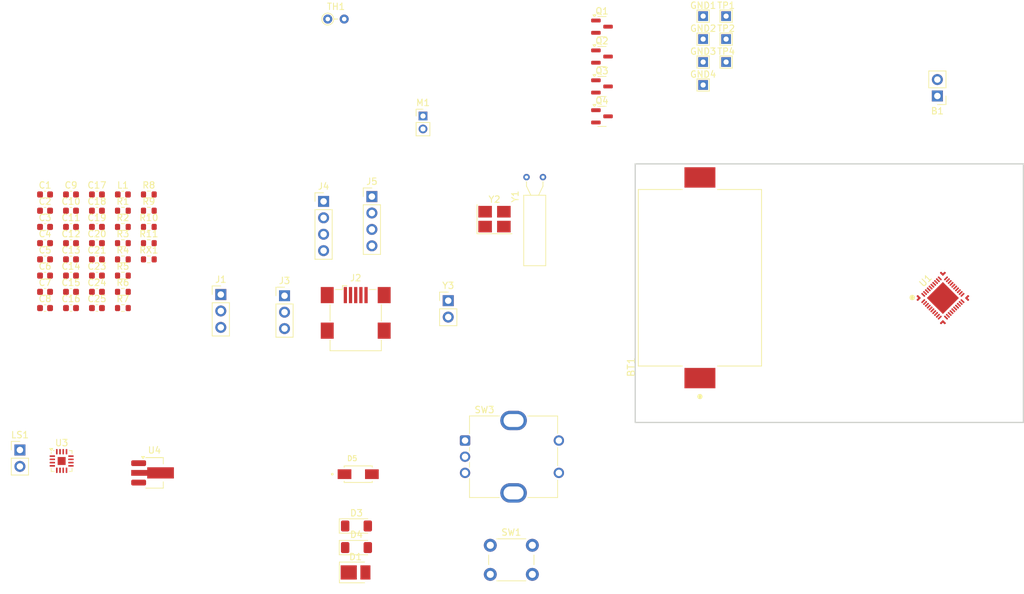
<source format=kicad_pcb>
(kicad_pcb (version 20240108) (generator "pcbnew") (generator_version "8.0")
  (layers (0 "F.Cu" signal) (1 "In1.Cu" signal) (2 "In2.Cu" signal) (31 "B.Cu" signal) (34 "B.Paste" user) (35 "F.Paste" user) (36 "B.SilkS" user "B.Silkscreen") (37 "F.SilkS" user "F.Silkscreen") (38 "B.Mask" user) (39 "F.Mask" user) (44 "Edge.Cuts" user))
  (net 0 "")
  (net 1 "+3.3V")
  (net 2 "Net-(BT1-+)")
  (net 3 "GND")
  (net 4 "Net-(U1-XC2)")
  (net 5 "Net-(U1-XC1)")
  (net 6 "Net-(U1-DEC3)")
  (net 7 "/DEC4_6")
  (net 8 "Net-(U1-DEC5)")
  (net 9 "Net-(U1-DECUSB)")
  (net 10 "/VBUS")
  (net 11 "Net-(U1-P0.01{slash}XL2)")
  (net 12 "Net-(U1-DEC1)")
  (net 13 "Net-(U1-P0.00{slash}XL1)")
  (net 14 "Net-(C15-Pad2)")
  (net 15 "Net-(Q3-D)")
  (net 16 "Net-(J5-Pin_2)")
  (net 17 "/ROT_ENC_A")
  (net 18 "/ROT_ENC_B")
  (net 19 "Net-(D4-A)")
  (net 20 "Net-(D1-A)")
  (net 21 "Net-(D1-K)")
  (net 23 "Net-(J2-D-)")
  (net 24 "Net-(J2-D+)")
  (net 25 "Net-(J3-Pin_1)")
  (net 26 "Net-(J3-Pin_2)")
  (net 27 "Net-(J4-Pin_1)")
  (net 28 "Net-(J4-Pin_2)")
  (net 29 "Net-(J4-Pin_3)")
  (net 30 "Net-(J5-Pin_3)")
  (net 31 "Net-(J5-Pin_4)")
  (net 32 "Net-(U3-OUTP)")
  (net 33 "Net-(U3-OUTN)")
  (net 34 "Net-(M1-+)")
  (net 35 "Net-(Q1-G)")
  (net 36 "Net-(Q2-G)")
  (net 37 "Net-(Q3-S)")
  (net 38 "/HUMIDIFIER_MOSFET_GATE")
  (net 39 "Net-(U1-AIN1{slash}P0.03)")
  (net 40 "Net-(R3-Pad2)")
  (net 41 "/LED_HAPTIC")
  (net 42 "/DETECT_VSOURCE")
  (net 43 "Net-(U3-~{SD_MODE})")
  (net 44 "/ROT_ENC_S1")
  (net 45 "/AMP_LRCLK")
  (net 47 "/AMP_DIN")
  (net 49 "/AMP_BCLK")
  (net 55 "Net-(D5-A)")
  (footprint "Resistor_SMD:R_0603_1608Metric" (layer "F.Cu") (at 45.125 54.475)
    (property "Reference" "RX1" (at 0 -1.43 0) (layer "F.SilkS"))
    (property "Value" "664k")
    (pad "1" smd roundrect (at -0.825 0) (size 0.8 0.95) (layers "F.Cu" "F.Paste" "F.Mask") (net 36 "Net-(Q2-G)"))
    (pad "2" smd roundrect (at 0.825 0) (size 0.8 0.95) (layers "F.Cu" "F.Paste" "F.Mask") (net 43 "Net-(U3-~{SD_MODE})"))
  )
  (footprint "Diode_SMD:D_MiniMELF" (layer "F.Cu") (at 77.22 99.055)
    (property "Reference" "D4" (at 0 -2 0) (layer "F.SilkS"))
    (property "Value" "D_Schottky")
    (pad "1" smd roundrect (at -1.75 0) (size 1.3 1.7) (layers "F.Cu" "F.Paste" "F.Mask") (roundrect_rratio 0.1923076923) (net 1 "+3.3V"))
    (pad "2" smd roundrect (at 1.75 0) (size 1.3 1.7) (layers "F.Cu" "F.Paste" "F.Mask") (roundrect_rratio 0.1923076923) (net 19 "Net-(D4-A)"))
  )
  (footprint "Capacitor_SMD:C_0603_1608Metric" (layer "F.Cu") (at 37.105 54.475)
    (property "Reference" "C21" (at 0 -1.43 0) (layer "F.SilkS"))
    (property "Value" "100 nF")
    (pad "1" smd roundrect (at -0.775 0) (size 0.9 0.95) (layers "F.Cu" "F.Paste" "F.Mask") (net 14 "Net-(C15-Pad2)"))
    (pad "2" smd roundrect (at 0.775 0) (size 0.9 0.95) (layers "F.Cu" "F.Paste" "F.Mask") (net 3 "GND"))
  )
  (footprint "Resistor_SMD:R_0603_1608Metric" (layer "F.Cu") (at 45.125 46.945)
    (property "Reference" "R9" (at 0 -1.43 0) (layer "F.SilkS"))
    (property "Value" "132 kOhm")
    (pad "1" smd roundrect (at -0.825 0) (size 0.8 0.95) (layers "F.Cu" "F.Paste" "F.Mask") (net 42 "/DETECT_VSOURCE"))
    (pad "2" smd roundrect (at 0.825 0) (size 0.8 0.95) (layers "F.Cu" "F.Paste" "F.Mask") (net 3 "GND"))
  )
  (footprint "Capacitor_SMD:C_0603_1608Metric" (layer "F.Cu") (at 33.095 56.985)
    (property "Reference" "C14" (at 0 -1.43 0) (layer "F.SilkS"))
    (property "Value" "12pF")
    (pad "1" smd roundrect (at -0.775 0) (size 0.9 0.95) (layers "F.Cu" "F.Paste" "F.Mask") (net 3 "GND"))
    (pad "2" smd roundrect (at 0.775 0) (size 0.9 0.95) (layers "F.Cu" "F.Paste" "F.Mask") (net 13 "Net-(U1-P0.00{slash}XL1)"))
  )
  (footprint "Connector_PinHeader_2.54mm:PinHeader_1x02_P2.54mm_Vertical" (layer "F.Cu") (at 91.4 60.86)
    (property "Reference" "Y3" (at 0 -2.33 0) (layer "F.SilkS"))
    (property "Value" "1.70 MHz")
    (pad "1" thru_hole rect (at 0 0) (size 1.7 1.7) (drill 1) (layers "*.Cu" "*.Mask") (net 3 "GND"))
    (pad "2" thru_hole oval (at 0 2.54) (size 1.7 1.7) (drill 1) (layers "*.Cu" "*.Mask") (net 14 "Net-(C15-Pad2)"))
  )
  (footprint "E7020E:TestPoint_THTPad_1.5x1.5mm_Drill0.8mm" (layer "F.Cu") (at 130.8 20.4)
    (property "Reference" "GND2" (at 0 -1.648 0) (layer "F.SilkS"))
    (property "Value" "TestPoint")
    (pad "1" thru_hole rect (at 0 0) (size 1.5 1.5) (drill 0.8) (layers "*.Cu" "*.Mask") (net 3 "GND"))
  )
  (footprint "Capacitor_SMD:C_0603_1608Metric" (layer "F.Cu") (at 37.105 49.455)
    (property "Reference" "C19" (at 0 -1.43 0) (layer "F.SilkS"))
    (property "Value" "0.1uF")
    (pad "1" smd roundrect (at -0.775 0) (size 0.9 0.95) (layers "F.Cu" "F.Paste" "F.Mask") (net 3 "GND"))
    (pad "2" smd roundrect (at 0.775 0) (size 0.9 0.95) (layers "F.Cu" "F.Paste" "F.Mask") (net 10 "/VBUS"))
  )
  (footprint "Schottky Rectifier (SS16):DIOM4325X250N" (layer "F.Cu") (at 77.485 87.7)
    (property "Reference" "D5" (at -0.925 -2.43 0) (layer "F.SilkS") (effects (font (size 0.787402 0.787402))))
    (property "Value" "SS16")
    (pad "A" smd rect (at 2.115 0) (size 2.12 1.5) (layers "F.Cu" "F.Paste" "F.Mask"))
    (pad "C" smd rect (at -2.115 0) (size 2.12 1.5) (layers "F.Cu" "F.Paste" "F.Mask"))
  )
  (footprint "Inductor_SMD:L_0603_1608Metric" (layer "F.Cu") (at 41.115 44.435)
    (property "Reference" "L1" (at 0 -1.43 0) (layer "F.SilkS"))
    (property "Value" "300 uH")
    (pad "1" smd roundrect (at -0.7875 0) (size 0.875 0.95) (layers "F.Cu" "F.Paste" "F.Mask") (net 10 "/VBUS"))
    (pad "2" smd roundrect (at 0.7875 0) (size 0.875 0.95) (layers "F.Cu" "F.Paste" "F.Mask") (net 15 "Net-(Q3-D)"))
  )
  (footprint "Resistor_SMD:R_0603_1608Metric" (layer "F.Cu") (at 41.115 56.985)
    (property "Reference" "R5" (at 0 -1.43 0) (layer "F.SilkS"))
    (property "Value" "100 Ohm")
    (pad "1" smd roundrect (at -0.825 0) (size 0.8 0.95) (layers "F.Cu" "F.Paste" "F.Mask") (net 38 "/HUMIDIFIER_MOSFET_GATE"))
    (pad "2" smd roundrect (at 0.825 0) (size 0.8 0.95) (layers "F.Cu" "F.Paste" "F.Mask") (net 38 "/HUMIDIFIER_MOSFET_GATE"))
  )
  (footprint "Package_DFN_QFN:TQFN-16-1EP_3x3mm_P0.5mm_EP1.23x1.23mm" (layer "F.Cu") (at 31.65 85.6625)
    (property "Reference" "U3" (at 0 -2.8 0) (layer "F.SilkS"))
    (property "Value" "MAX98357A")
    (pad "1" smd roundrect (at -1.4375 -0.75) (size 0.825 0.25) (layers "F.Cu" "F.Paste" "F.Mask") (net 47 "/AMP_DIN"))
    (pad "2" smd roundrect (at -1.4375 -0.25) (size 0.825 0.25) (layers "F.Cu" "F.Paste" "F.Mask") (net 3 "GND"))
    (pad "3" smd roundrect (at -1.4375 0.25) (size 0.825 0.25) (layers "F.Cu" "F.Paste" "F.Mask") (net 3 "GND"))
    (pad "4" smd roundrect (at -1.4375 0.75) (size 0.825 0.25) (layers "F.Cu" "F.Paste" "F.Mask") (net 43 "Net-(U3-~{SD_MODE})"))
    (pad "5" smd roundrect (at -0.75 1.4375) (size 0.25 0.825) (layers "F.Cu" "F.Paste" "F.Mask"))
    (pad "6" smd roundrect (at -0.25 1.4375) (size 0.25 0.825) (layers "F.Cu" "F.Paste" "F.Mask"))
    (pad "7" smd roundrect (at 0.25 1.4375) (size 0.25 0.825) (layers "F.Cu" "F.Paste" "F.Mask") (net 10 "/VBUS"))
    (pad "8" smd roundrect (at 0.75 1.4375) (size 0.25 0.825) (layers "F.Cu" "F.Paste" "F.Mask") (net 10 "/VBUS"))
    (pad "9" smd roundrect (at 1.4375 0.75) (size 0.825 0.25) (layers "F.Cu" "F.Paste" "F.Mask") (net 32 "Net-(U3-OUTP)"))
    (pad "10" smd roundrect (at 1.4375 0.25) (size 0.825 0.25) (layers "F.Cu" "F.Paste" "F.Mask") (net 33 "Net-(U3-OUTN)"))
    (pad "11" smd roundrect (at 1.4375 -0.25) (size 0.825 0.25) (layers "F.Cu" "F.Paste" "F.Mask") (net 3 "GND"))
    (pad "12" smd roundrect (at 1.4375 -0.75) (size 0.825 0.25) (layers "F.Cu" "F.Paste" "F.Mask"))
    (pad "13" smd roundrect (at 0.75 -1.4375) (size 0.25 0.825) (layers "F.Cu" "F.Paste" "F.Mask"))
    (pad "14" smd roundrect (at 0.25 -1.4375) (size 0.25 0.825) (layers "F.Cu" "F.Paste" "F.Mask") (net 45 "/AMP_LRCLK"))
    (pad "15" smd roundrect (at -0.25 -1.4375) (size 0.25 0.825) (layers "F.Cu" "F.Paste" "F.Mask") (net 3 "GND"))
    (pad "16" smd roundrect (at -0.75 -1.4375) (size 0.25 0.825) (layers "F.Cu" "F.Paste" "F.Mask") (net 49 "/AMP_BCLK"))
    (pad "17" smd rect (at 0 0) (size 1.23 1.23) (property pad_prop_heatsink) (layers "F.Cu" "F.Mask"))
  )
  (footprint "E7020E:TestPoint_THTPad_1.5x1.5mm_Drill0.8mm" (layer "F.Cu") (at 134.35 20.4)
    (property "Reference" "TP2" (at 0 -1.648 0) (layer "F.SilkS"))
    (property "Value" "TestPoint")
    (pad "1" thru_hole rect (at 0 0) (size 1.5 1.5) (drill 0.8) (layers "*.Cu" "*.Mask") (net 36 "Net-(Q2-G)"))
  )
  (footprint "Resistor_SMD:R_0603_1608Metric" (layer "F.Cu") (at 41.115 46.945)
    (property "Reference" "R1" (at 0 -1.43 0) (layer "F.SilkS"))
    (property "Value" "10k")
    (pad "1" smd roundrect (at -0.825 0) (size 0.8 0.95) (layers "F.Cu" "F.Paste" "F.Mask") (net 1 "+3.3V"))
    (pad "2" smd roundrect (at 0.825 0) (size 0.8 0.95) (layers "F.Cu" "F.Paste" "F.Mask") (net 39 "Net-(U1-AIN1{slash}P0.03)"))
  )
  (footprint "Capacitor_SMD:C_0603_1608Metric" (layer "F.Cu") (at 29.085 51.965)
    (property "Reference" "C4" (at 0 -1.43 0) (layer "F.SilkS"))
    (property "Value" "12pF")
    (pad "1" smd roundrect (at -0.775 0) (size 0.9 0.95) (layers "F.Cu" "F.Paste" "F.Mask") (net 5 "Net-(U1-XC1)"))
    (pad "2" smd roundrect (at 0.775 0) (size 0.9 0.95) (layers "F.Cu" "F.Paste" "F.Mask") (net 3 "GND"))
  )
  (footprint "Capacitor_SMD:C_0603_1608Metric" (layer "F.Cu") (at 37.105 46.945)
    (property "Reference" "C18" (at 0 -1.43 0) (layer "F.SilkS"))
    (property "Value" "10nF")
    (pad "1" smd roundrect (at -0.775 0) (size 0.9 0.95) (layers "F.Cu" "F.Paste" "F.Mask") (net 18 "/ROT_ENC_B"))
    (pad "2" smd roundrect (at 0.775 0) (size 0.9 0.95) (layers "F.Cu" "F.Paste" "F.Mask") (net 3 "GND"))
  )
  (footprint "Capacitor_SMD:C_0603_1608Metric" (layer "F.Cu") (at 29.085 49.455)
    (property "Reference" "C3" (at 0 -1.43 0) (layer "F.SilkS"))
    (property "Value" "12pF")
    (pad "1" smd roundrect (at -0.775 0) (size 0.9 0.95) (layers "F.Cu" "F.Paste" "F.Mask") (net 3 "GND"))
    (pad "2" smd roundrect (at 0.775 0) (size 0.9 0.95) (layers "F.Cu" "F.Paste" "F.Mask") (net 4 "Net-(U1-XC2)"))
  )
  (footprint "E7020E:QFN-40-1EP_5x5mm_P0.4mm_EP3.6x3.6mm" (layer "F.Cu") (at 167.851472 60.448528 45)
    (property "Reference" "U1" (at 0 -3.8 45) (layer "F.SilkS"))
    (property "Value" "nRF52833-QDxx")
    (fp_poly (pts (xy -2.5 -2.5) (xy -2.5 -3) (xy -2.6 -3) (xy -2.6 -2.6) (xy -3 -2.6) (xy -3 -2.5)) (stroke (width 0.2)) (fill solid) (layer "F.Cu"))
    (fp_poly (pts (xy 2.5 -2.5) (xy 3 -2.5) (xy 3 -2.6) (xy 2.6 -2.6) (xy 2.6 -3) (xy 2.5 -3)) (stroke (width 0.2)) (fill solid) (layer "F.Cu"))
    (fp_poly (pts (xy -2.5 2.5) (xy -3 2.5) (xy -3 2.6) (xy -2.6 2.6) (xy -2.6 3) (xy -2.5 3)) (stroke (width 0.2)) (fill solid) (layer "F.Cu"))
    (fp_poly (pts (xy 2.5 2.5) (xy 2.5 3) (xy 2.6 3) (xy 2.6 2.6) (xy 3 2.6) (xy 3 2.5)) (stroke (width 0.2)) (fill solid) (layer "F.Cu"))
    (pad "1" smd roundrect (at -2.49 -1.8 45) (size 0.725 0.25) (layers "F.Cu" "F.Mask") (net 12 "Net-(U1-DEC1)"))
    (pad "2" smd roundrect (at -2.489999 -1.4 45) (size 0.725 0.25) (layers "F.Cu" "F.Mask") (net 13 "Net-(U1-P0.00{slash}XL1)"))
    (pad "3" smd roundrect (at -2.49 -1 45) (size 0.725 0.25) (layers "F.Cu" "F.Mask") (net 11 "Net-(U1-P0.01{slash}XL2)"))
    (pad "4" smd roundrect (at -2.49 -0.6 45) (size 0.725 0.25) (layers "F.Cu" "F.Mask") (net 49 "/AMP_BCLK"))
    (pad "5" smd roundrect (at -2.49 -0.199999 45) (size 0.725 0.25) (layers "F.Cu" "F.Mask") (net 45 "/AMP_LRCLK"))
    (pad "6" smd roundrect (at -2.49 0.199999 45) (size 0.725 0.25) (layers "F.Cu" "F.Mask") (net 31 "Net-(J5-Pin_4)"))
    (pad "7" smd roundrect (at -2.49 0.6 45) (size 0.725 0.25) (layers "F.Cu" "F.Mask") (net 30 "Net-(J5-Pin_3)"))
    (pad "8" smd roundrect (at -2.49 1 45) (size 0.725 0.25) (layers "F.Cu" "F.Mask") (net 1 "+3.3V"))
    (pad "9" smd roundrect (at -2.489999 1.4 45) (size 0.725 0.25) (layers "F.Cu" "F.Mask") (net 1 "+3.3V"))
    (pad "10" smd roundrect (at -2.49 1.8 45) (size 0.725 0.25) (layers "F.Cu" "F.Mask") (net 10 "/VBUS"))
    (pad "11" smd roundrect (at -1.8 2.49 45) (size 0.25 0.725) (layers "F.Cu" "F.Mask") (net 9 "Net-(U1-DECUSB)"))
    (pad "12" smd roundrect (at -1.4 2.489999 45) (size 0.25 0.725) (layers "F.Cu" "F.Mask") (net 23 "Net-(J2-D-)"))
    (pad "13" smd roundrect (at -1 2.49 45) (size 0.25 0.725) (layers "F.Cu" "F.Mask") (net 24 "Net-(J2-D+)"))
    (pad "14" smd roundrect (at -0.6 2.49 45) (size 0.25 0.725) (layers "F.Cu" "F.Mask") (net 25 "Net-(J3-Pin_1)"))
    (pad "15" smd roundrect (at -0.199999 2.49 45) (size 0.25 0.725) (layers "F.Cu" "F.Mask") (net 26 "Net-(J3-Pin_2)"))
    (pad "16" smd roundrect (at 0.199999 2.49 45) (size 0.25 0.725) (layers "F.Cu" "F.Mask") (net 29 "Net-(J4-Pin_3)"))
    (pad "17" smd roundrect (at 0.6 2.49 45) (size 0.25 0.725) (layers "F.Cu" "F.Mask") (net 38 "/HUMIDIFIER_MOSFET_GATE"))
    (pad "18" smd roundrect (at 1 2.49 45) (size 0.25 0.725) (layers "F.Cu" "F.Mask") (net 1 "+3.3V"))
    (pad "19" smd roundrect (at 1.4 2.489999 45) (size 0.25 0.725) (layers "F.Cu" "F.Mask") (net 28 "Net-(J4-Pin_2)"))
    (pad "20" smd roundrect (at 1.8 2.49 45) (size 0.25 0.725) (layers "F.Cu" "F.Mask") (net 27 "Net-(J4-Pin_1)"))
    (pad "21" smd roundrect (at 2.49 1.8 45) (size 0.725 0.25) (layers "F.Cu" "F.Mask") (net 8 "Net-(U1-DEC5)"))
    (pad "22" smd roundrect (at 2.489999 1.4 45) (size 0.725 0.25) (layers "F.Cu" "F.Mask") (net 42 "/DETECT_VSOURCE"))
    (pad "23" smd roundrect (at 2.49 1 45) (size 0.725 0.25) (layers "F.Cu" "F.Mask") (net 36 "Net-(Q2-G)"))
    (pad "24" smd roundrect (at 2.49 0.6 45) (size 0.725 0.25) (layers "F.Cu" "F.Mask"))
    (pad "25" smd roundrect (at 2.49 0.199999 45) (size 0.725 0.25) (layers "F.Cu" "F.Mask") (net 3 "GND"))
    (pad "26" smd roundrect (at 2.49 -0.199999 45) (size 0.725 0.25) (layers "F.Cu" "F.Mask") (net 7 "/DEC4_6"))
    (pad "27" smd roundrect (at 2.49 -0.6 45) (size 0.725 0.25) (layers "F.Cu" "F.Mask") (net 6 "Net-(U1-DEC3)"))
    (pad "28" smd roundrect (at 2.49 -1 45) (size 0.725 0.25) (layers "F.Cu" "F.Mask") (net 5 "Net-(U1-XC1)"))
    (pad "29" smd roundrect (at 2.489999 -1.4 45) (size 0.725 0.25) (layers "F.Cu" "F.Mask") (net 4 "Net-(U1-XC2)"))
    (pad "30" smd roundrect (at 2.49 -1.8 45) (size 0.725 0.25) (layers "F.Cu" "F.Mask") (net 1 "+3.3V"))
    (pad "31" smd roundrect (at 1.8 -2.49 45) (size 0.25 0.725) (layers "F.Cu" "F.Mask") (net 39 "Net-(U1-AIN1{slash}P0.03)"))
    (pad "32" smd roundrect (at 1.4 -2.489999 45) (size 0.25 0.725) (layers "F.Cu" "F.Mask") (net 41 "/LED_HAPTIC"))
    (pad "33" smd roundrect (at 1 -2.49 45) (size 0.25 0.725) (layers "F.Cu" "F.Mask") (net 44 "/ROT_ENC_S1"))
    (pad "34" smd roundrect (at 0.6 -2.49 45) (size 0.25 0.725) (layers "F.Cu" "F.Mask") (net 18 "/ROT_ENC_B"))
    (pad "35" smd roundrect (at 0.199999 -2.49 45) (size 0.25 0.725) (layers "F.Cu" "F.Mask") (net 17 "/ROT_ENC_A"))
    (pad "36" smd roundrect (at -0.199999 -2.49 45) (size 0.25 0.725) (layers "F.Cu" "F.Mask") (net 47 "/AMP_DIN"))
    (pad "37" smd roundrect (at -0.6 -2.49 45) (size 0.25 0.725) (layers "F.Cu" "F.Mask") (net 3 "GND"))
    (pad "38" smd roundrect (at -1 -2.49 45) (size 0.25 0.725) (layers "F.Cu" "F.Mask") (net 7 "/DEC4_6"))
    (pad "39" smd roundrect (at -1.4 -2.489999 45) (size 0.25 0.725) (layers "F.Cu" "F.Mask"))
    (pad "40" smd roundrect (at -1.8 -2.49 45) (size 0.25 0.725) (layers "F.Cu" "F.Mask") (net 1 "+3.3V"))
    (pad "41" smd rect (at 0 0 45) (size 3.5 3.5) (property pad_prop_heatsink) (layers "F.Cu" "F.Mask") (net 3 "GND"))
  )
  (footprint "Capacitor_SMD:C_0603_1608Metric" (layer "F.Cu") (at 29.085 62.005)
    (property "Reference" "C8" (at 0 -1.43 0) (layer "F.SilkS"))
    (property "Value" "100nf")
    (pad "1" smd roundrect (at -0.775 0) (size 0.9 0.95) (layers "F.Cu" "F.Paste" "F.Mask") (net 1 "+3.3V"))
    (pad "2" smd roundrect (at 0.775 0) (size 0.9 0.95) (layers "F.Cu" "F.Paste" "F.Mask") (net 3 "GND"))
  )
  (footprint "Connector_PinHeader_2.54mm:PinHeader_1x02_P2.54mm_Vertical" (layer "F.Cu") (at 167 29.2 180)
    (property "Reference" "B1" (at 0 -2.33 180) (layer "F.SilkS"))
    (property "Value" "HD-EMC1203-LW20-R")
    (pad "1" thru_hole rect (at 0 0 180) (size 1.7 1.7) (drill 1) (layers "*.Cu" "*.Mask"))
    (pad "2" thru_hole oval (at 0 2.54 180) (size 1.7 1.7) (drill 1) (layers "*.Cu" "*.Mask"))
  )
  (footprint "Connector_PinHeader_2.54mm:PinHeader_1x02_P2.54mm_Vertical" (layer "F.Cu") (at 25.2 83.96)
    (property "Reference" "LS1" (at 0 -2.33 0) (layer "F.SilkS"))
    (property "Value" "Speaker")
    (pad "1" thru_hole rect (at 0 0) (size 1.7 1.7) (drill 1) (layers "*.Cu" "*.Mask") (net 32 "Net-(U3-OUTP)"))
    (pad "2" thru_hole oval (at 0 2.54) (size 1.7 1.7) (drill 1) (layers "*.Cu" "*.Mask") (net 33 "Net-(U3-OUTN)"))
  )
  (footprint "Capacitor_SMD:C_0603_1608Metric" (layer "F.Cu") (at 33.095 59.495)
    (property "Reference" "C15" (at 0 -1.43 0) (layer "F.SilkS"))
    (property "Value" "100 nF")
    (pad "1" smd roundrect (at -0.775 0) (size 0.9 0.95) (layers "F.Cu" "F.Paste" "F.Mask") (net 15 "Net-(Q3-D)"))
    (pad "2" smd roundrect (at 0.775 0) (size 0.9 0.95) (layers "F.Cu" "F.Paste" "F.Mask") (net 14 "Net-(C15-Pad2)"))
  )
  (footprint "Connector_PinHeader_2.00mm:PinHeader_1x02_P2.00mm_Vertical" (layer "F.Cu") (at 87.5 32.3)
    (property "Reference" "M1" (at 0 -2.06 0) (layer "F.SilkS"))
    (property "Value" "Fan_ALT")
    (pad "1" thru_hole rect (at 0 0) (size 1.35 1.35) (drill 0.8) (layers "*.Cu" "*.Mask") (net 34 "Net-(M1-+)"))
    (pad "2" thru_hole oval (at 0 2) (size 1.35 1.35) (drill 0.8) (layers "*.Cu" "*.Mask") (net 10 "/VBUS"))
  )
  (footprint "E7020E:TestPoint_THTPad_1.5x1.5mm_Drill0.8mm" (layer "F.Cu") (at 130.8 23.95)
    (property "Reference" "GND3" (at 0 -1.648 0) (layer "F.SilkS"))
    (property "Value" "TestPoint")
    (pad "1" thru_hole rect (at 0 0) (size 1.5 1.5) (drill 0.8) (layers "*.Cu" "*.Mask") (net 3 "GND"))
  )
  (footprint "Crystal:Crystal_AT310_D3.0mm_L10.0mm_Horizontal" (layer "F.Cu") (at 103.5 41.75)
    (property "Reference" "Y1" (at -1.75 3 90) (layer "F.SilkS"))
    (property "Value" "32kHz")
    (pad "1" thru_hole circle (at 0 0) (size 1 1) (drill 0.5) (layers "*.Cu" "*.Mask") (net 11 "Net-(U1-P0.01{slash}XL2)"))
    (pad "2" thru_hole circle (at 2.54 0) (size 1 1) (drill 0.5) (layers "*.Cu" "*.Mask") (net 13 "Net-(U1-P0.00{slash}XL1)"))
  )
  (footprint "Package_TO_SOT_SMD:SOT-89-3_Handsoldering" (layer "F.Cu") (at 46 87.5)
    (property "Reference" "U4" (at 0 -3.5 0) (layer "F.SilkS"))
    (property "Value" "MCP1700x-330xxMB")
    (pad "1" smd roundrect (at -2.45 -1.5) (size 2.3 0.9) (layers "F.Cu" "F.Paste" "F.Mask") (net 3 "GND"))
    (pad "2" smd custom (at -2.3625 0) (size 2.475 0.9) (layers "F.Cu" "F.Paste" "F.Mask") (net 10 "/VBUS") (options (clearance outline) (anchor rect)) (primitives (gr_poly (pts (xy 5.3625 0.8665) (xy 1.2375 0.8665) (xy 1.2375 -0.8665) (xy 5.3625 -0.8665)) (width 0) (fill yes))))
    (pad "3" smd roundrect (at -2.45 1.5) (size 2.3 0.9) (layers "F.Cu" "F.Paste" "F.Mask") (net 19 "Net-(D4-A)"))
  )
  (footprint "Resistor_SMD:R_0603_1608Metric" (layer "F.Cu") (at 41.115 54.475)
    (property "Reference" "R4" (at 0 -1.43 0) (layer "F.SilkS"))
    (property "Value" "22")
    (pad "1" smd roundrect (at -0.825 0) (size 0.8 0.95) (layers "F.Cu" "F.Paste" "F.Mask") (net 40 "Net-(R3-Pad2)"))
    (pad "2" smd roundrect (at 0.825 0) (size 0.8 0.95) (layers "F.Cu" "F.Paste" "F.Mask") (net 10 "/VBUS"))
  )
  (footprint "Resistor_SMD:R_0603_1608Metric" (layer "F.Cu") (at 45.125 44.435)
    (property "Reference" "R8" (at 0 -1.43 0) (layer "F.SilkS"))
    (property "Value" "68 kOhm")
    (pad "1" smd roundrect (at -0.825 0) (size 0.8 0.95) (layers "F.Cu" "F.Paste" "F.Mask") (net 10 "/VBUS"))
    (pad "2" smd roundrect (at 0.825 0) (size 0.8 0.95) (layers "F.Cu" "F.Paste" "F.Mask") (net 42 "/DETECT_VSOURCE"))
  )
  (footprint "Resistor_SMD:R_0603_1608Metric" (layer "F.Cu") (at 41.115 62.005)
    (property "Reference" "R7" (at 0 -1.43 0) (layer "F.SilkS"))
    (property "Value" "100 Ohm")
    (pad "1" smd roundrect (at -0.825 0) (size 0.8 0.95) (layers "F.Cu" "F.Paste" "F.Mask") (net 41 "/LED_HAPTIC"))
    (pad "2" smd roundrect (at 0.825 0) (size 0.8 0.95) (layers "F.Cu" "F.Paste" "F.Mask") (net 35 "Net-(Q1-G)"))
  )
  (footprint "Capacitor_SMD:C_0603_1608Metric" (layer "F.Cu") (at 37.105 56.985)
    (property "Reference" "C23" (at 0 -1.43 0) (layer "F.SilkS"))
    (property "Value" "0.1 uF")
    (pad "1" smd roundrect (at -0.775 0) (size 0.9 0.95) (layers "F.Cu" "F.Paste" "F.Mask") (net 1 "+3.3V"))
    (pad "2" smd roundrect (at 0.775 0) (size 0.9 0.95) (layers "F.Cu" "F.Paste" "F.Mask") (net 55 "Net-(D5-A)"))
  )
  (footprint "Crystal:Crystal_SMD_3225-4Pin_3.2x2.5mm_HandSoldering" (layer "F.Cu") (at 98.55 48.25)
    (property "Reference" "Y2" (at 0 -3.05 0) (layer "F.SilkS"))
    (property "Value" "32MHz")
    (pad "1" smd rect (at -1.45 1.15) (size 2.1 1.8) (layers "F.Cu" "F.Paste" "F.Mask") (net 4 "Net-(U1-XC2)"))
    (pad "2" smd rect (at 1.45 1.15) (size 2.1 1.8) (layers "F.Cu" "F.Paste" "F.Mask") (net 3 "GND"))
    (pad "3" smd rect (at 1.45 -1.15) (size 2.1 1.8) (layers "F.Cu" "F.Paste" "F.Mask") (net 5 "Net-(U1-XC1)"))
    (pad "4" smd rect (at -1.45 -1.15) (size 2.1 1.8) (layers "F.Cu" "F.Paste" "F.Mask") (net 3 "GND"))
  )
  (footprint "Capacitor_SMD:C_0603_1608Metric" (layer "F.Cu") (at 33.095 49.455)
    (property "Reference" "C11" (at 0 -1.43 0) (layer "F.SilkS"))
    (property "Value" "4.7uF")
    (pad "1" smd roundrect (at -0.775 0) (size 0.9 0.95) (layers "F.Cu" "F.Paste" "F.Mask") (net 1 "+3.3V"))
    (pad "2" smd roundrect (at 0.775 0) (size 0.9 0.95) (layers "F.Cu" "F.Paste" "F.Mask") (net 3 "GND"))
  )
  (footprint "Capacitor_SMD:C_0603_1608Metric" (layer "F.Cu") (at 29.085 46.945)
    (property "Reference" "C2" (at 0 -1.43 0) (layer "F.SilkS"))
    (property "Value" "100nF")
    (pad "1" smd roundrect (at -0.775 0) (size 0.9 0.95) (layers "F.Cu" "F.Paste" "F.Mask") (net 1 "+3.3V"))
    (pad "2" smd roundrect (at 0.775 0) (size 0.9 0.95) (layers "F.Cu" "F.Paste" "F.Mask") (net 3 "GND"))
  )
  (footprint "Connector_PinHeader_2.54mm:PinHeader_1x03_P2.54mm_Vertical" (layer "F.Cu") (at 66.1 60.1)
    (property "Reference" "J3" (at 0 -2.33 0) (layer "F.SilkS"))
    (property "Value" "Serial Interface")
    (pad "1" thru_hole rect (at 0 0) (size 1.7 1.7) (drill 1) (layers "*.Cu" "*.Mask") (net 25 "Net-(J3-Pin_1)"))
    (pad "2" thru_hole oval (at 0 2.54) (size 1.7 1.7) (drill 1) (layers "*.Cu" "*.Mask") (net 26 "Net-(J3-Pin_2)"))
    (pad "3" thru_hole oval (at 0 5.08) (size 1.7 1.7) (drill 1) (layers "*.Cu" "*.Mask") (net 3 "GND"))
  )
  (footprint "Capacitor_SMD:C_0603_1608Metric" (layer "F.Cu") (at 37.105 62.005)
    (property "Reference" "C25" (at 0 -1.43 0) (layer "F.SilkS"))
    (property "Value" "1.0 uF")
    (pad "1" smd roundrect (at -0.775 0) (size 0.9 0.95) (layers "F.Cu" "F.Paste" "F.Mask") (net 19 "Net-(D4-A)"))
    (pad "2" smd roundrect (at 0.775 0) (size 0.9 0.95) (layers "F.Cu" "F.Paste" "F.Mask") (net 3 "GND"))
  )
  (footprint "Resistor_SMD:R_0603_1608Metric" (layer "F.Cu") (at 45.125 49.455)
    (property "Reference" "R10" (at 0 -1.43 0) (layer "F.SilkS"))
    (property "Value" "10kOhm")
    (pad "1" smd roundrect (at -0.825 0) (size 0.8 0.95) (layers "F.Cu" "F.Paste" "F.Mask") (net 38 "/HUMIDIFIER_MOSFET_GATE"))
    (pad "2" smd roundrect (at 0.825 0) (size 0.8 0.95) (layers "F.Cu" "F.Paste" "F.Mask") (net 3 "GND"))
  )
  (footprint "Capacitor_SMD:C_0603_1608Metric" (layer "F.Cu") (at 37.105 59.495)
    (property "Reference" "C24" (at 0 -1.43 0) (layer "F.SilkS"))
    (property "Value" "1.0 uF")
    (pad "1" smd roundrect (at -0.775 0) (size 0.9 0.95) (layers "F.Cu" "F.Paste" "F.Mask") (net 10 "/VBUS"))
    (pad "2" smd roundrect (at 0.775 0) (size 0.9 0.95) (layers "F.Cu" "F.Paste" "F.Mask") (net 3 "GND"))
  )
  (footprint "Package_TO_SOT_SMD:SOT-23" (layer "F.Cu") (at 115.1625 18.475)
    (property "Reference" "Q1" (at 0 -2.4 0) (layer "F.SilkS"))
    (property "Value" "Q_NMOS_GSD")
    (pad "1" smd roundrect (at -0.9375 -0.95) (size 1.475 0.6) (layers "F.Cu" "F.Paste" "F.Mask") (net 35 "Net-(Q1-G)"))
    (pad "2" smd roundrect (at -0.9375 0.95) (size 1.475 0.6) (layers "F.Cu" "F.Paste" "F.Mask") (net 3 "GND"))
    (pad "3" smd roundrect (at 0.9375 0) (size 1.475 0.6) (layers "F.Cu" "F.Paste" "F.Mask") (net 21 "Net-(D1-K)"))
  )
  (footprint "Package_TO_SOT_SMD:SOT-23" (layer "F.Cu") (at 115.1625 32.35)
    (property "Reference" "Q4" (at 0 -2.4 0) (layer "F.SilkS"))
    (property "Value" "MMBT2222A")
    (pad "1" smd roundrect (at -0.9375 -0.95) (size 1.475 0.6) (layers "F.Cu" "F.Paste" "F.Mask") (net 35 "Net-(Q1-G)"))
    (pad "2" smd roundrect (at -0.9375 0.95) (size 1.475 0.6) (layers "F.Cu" "F.Paste" "F.Mask") (net 3 "GND"))
    (pad "3" smd roundrect (at 0.9375 0) (size 1.475 0.6) (layers "F.Cu" "F.Paste" "F.Mask") (net 55 "Net-(D5-A)"))
  )
  (footprint "Resistor_THT:R_Axial_DIN0204_L3.6mm_D1.6mm_P2.54mm_Vertical" (layer "F.Cu") (at 72.78 17.3)
    (property "Reference" "TH1" (at 1.27 -1.92 0) (layer "F.SilkS"))
    (property "Value" "Thermistor_NTC")
    (pad "1" thru_hole circle (at 0 0) (size 1.4 1.4) (drill 0.7) (layers "*.Cu" "*.Mask") (net 39 "Net-(U1-AIN1{slash}P0.03)"))
    (pad "2" thru_hole oval (at 2.54 0) (size 1.4 1.4) (drill 0.7) (layers "*.Cu" "*.Mask") (net 3 "GND"))
  )
  (footprint "E7020E:TestPoint_THTPad_1.5x1.5mm_Drill0.8mm" (layer "F.Cu") (at 130.8 16.85)
    (property "Reference" "GND1" (at 0 -1.648 0) (layer "F.SilkS"))
    (property "Value" "TestPoint")
    (pad "1" thru_hole rect (at 0 0) (size 1.5 1.5) (drill 0.8) (layers "*.Cu" "*.Mask") (net 3 "GND"))
  )
  (footprint "E7020E:TestPoint_THTPad_1.5x1.5mm_Drill0.8mm" (layer "F.Cu") (at 130.8 27.5)
    (property "Reference" "GND4" (at 0 -1.648 0) (layer "F.SilkS"))
    (property "Value" "TestPoint")
    (pad "1" thru_hole rect (at 0 0) (size 1.5 1.5) (drill 0.8) (layers "*.Cu" "*.Mask") (net 3 "GND"))
  )
  (footprint "Rotary_Encoder:RotaryEncoder_Bourns_Vertical_PEC12R-3x17F-Sxxxx" (layer "F.Cu") (at 94 82.5)
    (property "Reference" "SW3" (at 3 -4.75 180) (layer "F.SilkS"))
    (property "Value" "RotaryEncoder_Switch")
    (pad "A" thru_hole roundrect (at 0 0) (size 1.6 1.6) (drill 1) (layers "*.Cu" "*.Mask") (roundrect_rratio 0.15625) (net 17 "/ROT_ENC_A"))
    (pad "B" thru_hole circle (at 0 5) (size 1.6 1.6) (drill 1) (layers "*.Cu" "*.Mask") (net 18 "/ROT_ENC_B"))
    (pad "C" thru_hole circle (at 0 2.5) (size 1.6 1.6) (drill 1) (layers "*.Cu" "*.Mask") (net 3 "GND"))
    (pad "S1" thru_hole circle (at 14.5 0) (size 1.6 1.6) (drill 1) (layers "*.Cu" "*.Mask") (net 44 "/ROT_ENC_S1"))
    (pad "S2" thru_hole circle (at 14.5 5) (size 1.6 1.6) (drill 1) (layers "*.Cu" "*.Mask") (net 3 "GND"))
    (pad "SH" thru_hole oval (at 7.5 -3.1) (size 4.1 3) (drill oval 3.1 2) (layers "*.Cu" "*.Mask"))
    (pad "SH" thru_hole oval (at 7.5 8.1) (size 4.1 3) (drill oval 3.1 2) (layers "*.Cu" "*.Mask"))
  )
  (footprint "Diode_SMD:D_MiniMELF" (layer "F.Cu") (at 77.22 95.715)
    (property "Reference" "D3" (at 0 -2 0) (layer "F.SilkS"))
    (property "Value" "D_Schottky")
    (pad "1" smd roundrect (at -1.75 0) (size 1.3 1.7) (layers "F.Cu" "F.Paste" "F.Mask") (roundrect_rratio 0.1923076923) (net 1 "+3.3V"))
    (pad "2" smd roundrect (at 1.75 0) (size 1.3 1.7) (layers "F.Cu" "F.Paste" "F.Mask") (roundrect_rratio 0.1923076923) (net 2 "Net-(BT1-+)"))
  )
  (footprint "Connector_USB:USB_Mini-B_Wuerth_65100516121_Horizontal" (layer "F.Cu") (at 77.1 62.6)
    (property "Reference" "J2" (at 0 -5.25 0) (layer "F.SilkS"))
    (property "Value" "USB_B_Mini")
    (pad "" np_thru_hole circle (at -2.2 0) (size 0.9 0.9) (drill 0.9) (layers "*.Cu" "*.Mask"))
    (pad "" np_thru_hole circle (at 2.2 0) (size 0.9 0.9) (drill 0.9) (layers "*.Cu" "*.Mask"))
    (pad "1" smd rect (at -1.6 -2.6) (size 0.5 2.5) (layers "F.Cu" "F.Paste" "F.Mask") (net 10 "/VBUS"))
    (pad "2" smd rect (at -0.8 -2.6) (size 0.5 2.5) (layers "F.Cu" "F.Paste" "F.Mask") (net 23 "Net-(J2-D-)"))
    (pad "3" smd rect (at 0 -2.6) (size 0.5 2.5) (layers "F.Cu" "F.Paste" "F.Mask") (net 24 "Net-(J2-D+)"))
    (pad "4" smd rect (at 0.8 -2.6) (size 0.5 2.5) (layers "F.Cu" "F.Paste" "F.Mask"))
    (pad "5" smd rect (at 1.6 -2.6) (size 0.5 2.5) (layers "F.Cu" "F.Paste" "F.Mask") (net 3 "GND"))
    (pad "6" smd rect (at -4.4 -2.6) (size 2 2.5) (layers "F.Cu" "F.Paste" "F.Mask") (net 3 "GND"))
    (pad "6" smd rect (at -4.4 2.9) (size 2 2.5) (layers "F.Cu" "F.Paste" "F.Mask") (net 3 "GND"))
    (pad "6" smd rect (at 4.4 -2.6) (size 2 2.5) (layers "F.Cu" "F.Paste" "F.Mask") (net 3 "GND"))
    (pad "6" smd rect (at 4.4 2.9) (size 2 2.5) (layers "F.Cu" "F.Paste" "F.Mask") (net 3 "GND"))
  )
  (footprint "E7020E:TestPoint_THTPad_1.5x1.5mm_Drill0.8mm" (layer "F.Cu") (at 134.35 16.85)
    (property "Reference" "TP1" (at 0 -1.648 0) (layer "F.SilkS"))
    (property "Value" "TestPoint")
    (pad "1" thru_hole rect (at 0 0) (size 1.5 1.5) (drill 0.8) (layers "*.Cu" "*.Mask") (net 41 "/LED_HAPTIC"))
  )
  (footprint "Package_TO_SOT_SMD:SOT-23" (layer "F.Cu") (at 115.1625 23.1)
    (property "Reference" "Q2" (at 0 -2.4 0) (layer "F.SilkS"))
    (property "Value" "Q_NMOS_GSD")
    (pad "1" smd roundrect (at -0.9375 -0.95) (size 1.475 0.6) (layers "F.Cu" "F.Paste" "F.Mask") (net 36 "Net-(Q2-G)"))
    (pad "2" smd roundrect (at -0.9375 0.95) (size 1.475 0.6) (layers "F.Cu" "F.Paste" "F.Mask") (net 3 "GND"))
    (pad "3" smd roundrect (at 0.9375 0) (size 1.475 0.6) (layers "F.Cu" "F.Paste" "F.Mask") (net 34 "Net-(M1-+)"))
  )
  (footprint "Capacitor_SMD:C_0603_1608Metric" (layer "F.Cu") (at 33.095 54.475)
    (property "Reference" "C13" (at 0 -1.43 0) (layer "F.SilkS"))
    (property "Value" "100nF")
    (pad "1" smd roundrect (at -0.775 0) (size 0.9 0.95) (layers "F.Cu" "F.Paste" "F.Mask") (net 12 "Net-(U1-DEC1)"))
    (pad "2" smd roundrect (at 0.775 0) (size 0.9 0.95) (layers "F.Cu" "F.Paste" "F.Mask") (net 3 "GND"))
  )
  (footprint "Button_Switch_THT:SW_PUSH_6mm_H9.5mm" (layer "F.Cu") (at 97.9 98.7)
    (property "Reference" "SW1" (at 3.25 -2 0) (layer "F.SilkS"))
    (property "Value" "~")
    (pad "1" thru_hole circle (at 0 0 90) (size 2 2) (drill 1.1) (layers "*.Cu" "*.Mask") (net 3 "GND"))
    (pad "1" thru_hole circle (at 6.5 0 90) (size 2 2) (drill 1.1) (layers "*.Cu" "*.Mask") (net 3 "GND"))
    (pad "2" thru_hole circle (at 0 4.5 90) (size 2 2) (drill 1.1) (layers "*.Cu" "*.Mask") (net 29 "Net-(J4-Pin_3)"))
    (pad "2" thru_hole circle (at 6.5 4.5 90) (size 2 2) (drill 1.1) (layers "*.Cu" "*.Mask") (net 29 "Net-(J4-Pin_3)"))
  )
  (footprint "Capacitor_SMD:C_0603_1608Metric" (layer "F.Cu") (at 33.095 62.005)
    (property "Reference" "C16" (at 0 -1.43 0) (layer "F.SilkS"))
    (property "Value" "1uF")
    (pad "1" smd roundrect (at -0.775 0) (size 0.9 0.95) (layers "F.Cu" "F.Paste" "F.Mask") (net 16 "Net-(J5-Pin_2)"))
    (pad "2" smd roundrect (at 0.775 0) (size 0.9 0.95) (layers "F.Cu" "F.Paste" "F.Mask") (net 3 "GND"))
  )
  (footprint "Capacitor_SMD:C_0603_1608Metric" (layer "F.Cu") (at 37.105 44.435)
    (property "Reference" "C17" (at 0 -1.43 0) (layer "F.SilkS"))
    (property "Value" "10nF")
    (pad "1" smd roundrect (at -0.775 0) (size 0.9 0.95) (layers "F.Cu" "F.Paste" "F.Mask") (net 17 "/ROT_ENC_A"))
    (pad "2" smd roundrect (at 0.775 0) (size 0.9 0.95) (layers "F.Cu" "F.Paste" "F.Mask") (net 3 "GND"))
  )
  (footprint "Capacitor_SMD:C_0603_1608Metric" (layer "F.Cu") (at 33.095 46.945)
    (property "Reference" "C10" (at 0 -1.43 0) (layer "F.SilkS"))
    (property "Value" "4.7uF")
    (pad "1" smd roundrect (at -0.775 0) (size 0.9 0.95) (layers "F.Cu" "F.Paste" "F.Mask") (net 10 "/VBUS"))
    (pad "2" smd roundrect (at 0.775 0) (size 0.9 0.95) (layers "F.Cu" "F.Paste" "F.Mask") (net 3 "GND"))
  )
  (footprint "Connector_PinHeader_2.54mm:PinHeader_1x04_P2.54mm_Vertical" (layer "F.Cu") (at 79.6 44.76)
    (property "Reference" "J5" (at 0 -2.33 0) (layer "F.SilkS"))
    (property "Value" "OLED Display")
    (pad "1" thru_hole rect (at 0 0) (size 1.7 1.7) (drill 1) (layers "*.Cu" "*.Mask") (net 3 "GND"))
    (pad "2" thru_hole oval (at 0 2.54) (size 1.7 1.7) (drill 1) (layers "*.Cu" "*.Mask") (net 16 "Net-(J5-Pin_2)"))
    (pad "3" thru_hole oval (at 0 5.08) (size 1.7 1.7) (drill 1) (layers "*.Cu" "*.Mask") (net 30 "Net-(J5-Pin_3)"))
    (pad "4" thru_hole oval (at 0 7.62) (size 1.7 1.7) (drill 1) (layers "*.Cu" "*.Mask") (net 31 "Net-(J5-Pin_4)"))
  )
  (footprint "Connector_PinHeader_2.54mm:PinHeader_1x03_P2.54mm_Vertical" (layer "F.Cu") (at 56.25 59.915)
    (property "Reference" "J1" (at 0 -2.33 0) (layer "F.SilkS"))
    (property "Value" "Debug")
    (pad "1" thru_hole rect (at 0 0) (size 1.7 1.7) (drill 1) (layers "*.Cu" "*.Mask") (net 1 "+3.3V"))
    (pad "2" thru_hole oval (at 0 2.54) (size 1.7 1.7) (drill 1) (layers "*.Cu" "*.Mask") (net 10 "/VBUS"))
    (pad "3" thru_hole oval (at 0 5.08) (size 1.7 1.7) (drill 1) (layers "*.Cu" "*.Mask") (net 3 "GND"))
  )
  (footprint "E7020E:TestPoint_THTPad_1.5x1.5mm_Drill0.8mm" (layer "F.Cu") (at 134.35 23.95)
    (property "Reference" "TP4" (at 0 -1.648 0) (layer "F.SilkS"))
    (property "Value" "TestPoint")
    (pad "1" thru_hole rect (at 0 0) (size 1.5 1.5) (drill 0.8) (layers "*.Cu" "*.Mask") (net 38 "/HUMIDIFIER_MOSFET_GATE"))
  )
  (footprint "Capacitor_SMD:C_0603_1608Metric" (layer "F.Cu") (at 29.085 56.985)
    (property "Reference" "C6" (at 0 -1.43 0) (layer "F.SilkS"))
    (property "Value" "1uF")
    (pad "1" smd roundrect (at -0.775 0) (size 0.9 0.95) (layers "F.Cu" "F.Paste" "F.Mask") (net 3 "GND"))
    (pad "2" smd roundrect (at 0.775 0) (size 0.9 0.95) (layers "F.Cu" "F.Paste" "F.Mask") (net 7 "/DEC4_6"))
  )
  (footprint "Capacitor_SMD:C_0603_1608Metric" (layer "F.Cu") (at 37.105 51.965)
    (property "Reference" "C20" (at 0 -1.43 0) (layer "F.SilkS"))
    (property "Value" "10uF")
    (pad "1" smd roundrect (at -0.775 0) (size 0.9 0.95) (layers "F.Cu" "F.Paste" "F.Mask") (net 3 "GND"))
    (pad "2" smd roundrect (at 0.775 0) (size 0.9 0.95) (layers "F.Cu" "F.Paste" "F.Mask") (net 10 "/VBUS"))
  )
  (footprint "LED_SMD:LED_PLCC_2835_Handsoldering" (layer "F.Cu") (at 77.075 102.9)
    (property "Reference" "D1" (at 0 -2.4 0) (layer "F.SilkS"))
    (property "Value" "LED")
    (pad "1" smd rect (at -1.05 0) (size 2.5 2.2) (layers "F.Cu" "F.Paste" "F.Mask") (net 21 "Net-(D1-K)"))
    (pad "2" smd rect (at 1.525 0) (size 1.55 2.2) (layers "F.Cu" "F.Paste" "F.Mask") (net 20 "Net-(D1-A)"))
  )
  (footprint "Capacitor_SMD:C_0603_1608Metric" (layer "F.Cu") (at 29.085 44.435)
    (property "Reference" "C1" (at 0 -1.43 0) (layer "F.SilkS"))
    (property "Value" "1uF")
    (pad "1" smd roundrect (at -0.775 0) (size 0.9 0.95) (layers "F.Cu" "F.Paste" "F.Mask") (net 1 "+3.3V"))
    (pad "2" smd roundrect (at 0.775 0) (size 0.9 0.95) (layers "F.Cu" "F.Paste" "F.Mask") (net 3 "GND"))
  )
  (footprint "Resistor_SMD:R_0603_1608Metric" (layer "F.Cu") (at 41.115 59.495)
    (property "Reference" "R6" (at 0 -1.43 0) (layer "F.SilkS"))
    (property "Value" "10k")
    (pad "1" smd roundrect (at -0.825 0) (size 0.8 0.95) (layers "F.Cu" "F.Paste" "F.Mask") (net 36 "Net-(Q2-G)"))
    (pad "2" smd roundrect (at 0.825 0) (size 0.8 0.95) (layers "F.Cu" "F.Paste" "F.Mask") (net 3 "GND"))
  )
  (footprint "Resistor_SMD:R_0603_1608Metric" (layer "F.Cu") (at 41.115 49.455)
    (property "Reference" "R2" (at 0 -1.43 0) (layer "F.SilkS"))
    (property "Value" "10k")
    (pad "1" smd roundrect (at -0.825 0) (size 0.8 0.95) (layers "F.Cu" "F.Paste" "F.Mask") (net 35 "Net-(Q1-G)"))
    (pad "2" smd roundrect (at 0.825 0) (size 0.8 0.95) (layers "F.Cu" "F.Paste" "F.Mask") (net 3 "GND"))
  )
  (footprint "Capacitor_SMD:C_0603_1608Metric" (layer "F.Cu") (at 29.085 59.495)
    (property "Reference" "C7" (at 0 -1.43 0) (layer "F.SilkS"))
    (property "Value" "820pF")
    (pad "1" smd roundrect (at -0.775 0) (size 0.9 0.95) (layers "F.Cu" "F.Paste" "F.Mask") (net 3 "GND"))
    (pad "2" smd roundrect (at 0.775 0) (size 0.9 0.95) (layers "F.Cu" "F.Paste" "F.Mask") (net 8 "Net-(U1-DEC5)"))
  )
  (footprint "Package_TO_SOT_SMD:SOT-23" (layer "F.Cu") (at 115.1625 27.725)
    (property "Reference" "Q3" (at 0 -2.4 0) (layer "F.SilkS"))
    (property "Value" "Q_NMOS_GSD")
    (pad "1" smd roundrect (at -0.9375 -0.95) (size 1.475 0.6) (layers "F.Cu" "F.Paste" "F.Mask") (net 38 "/HUMIDIFIER_MOSFET_GATE"))
    (pad "2" smd roundrect (at -0.9375 0.95) (size 1.475 0.6) (layers "F.Cu" "F.Paste" "F.Mask") (net 37 "Net-(Q3-S)"))
    (pad "3" smd roundrect (at 0.9375 0) (size 1.475 0.6) (layers "F.Cu" "F.Paste" "F.Mask") (net 15 "Net-(Q3-D)"))
  )
  (footprint "Resistor_SMD:R_0603_1608Metric" (layer "F.Cu") (at 41.115 51.965)
    (property "Reference" "R3" (at 0 -1.43 0) (layer "F.SilkS"))
    (property "Value" "22")
    (pad "1" smd roundrect (at -0.825 0) (size 0.8 0.95) (layers "F.Cu" "F.Paste" "F.Mask") (net 20 "Net-(D1-A)"))
    (pad "2" smd roundrect (at 0.825 0) (size 0.8 0.95) (layers "F.Cu" "F.Paste" "F.Mask") (net 40 "Net-(R3-Pad2)"))
  )
  (footprint "Battery Holder (796136-1):TE_796136-1" (layer "F.Cu") (at 130.3 57.32 90)
    (property "Reference" "BT1" (at -13.819 -10.6112 90) (layer "F.SilkS") (effects (font (size 1.12 1.12))))
    (property "Value" "Battery_Cell")
    (pad "1" smd rect (at -15.52 0 90) (size 3.15 4.78) (layers "F.Cu" "F.Paste" "F.Mask") (net 2 "Net-(BT1-+)"))
    (pad "2" smd rect (at 15.52 0 90) (size 3.15 4.78) (layers "F.Cu" "F.Paste" "F.Mask") (net 3 "GND"))
  )
  (footprint "Resistor_SMD:R_0603_1608Metric" (layer "F.Cu") (at 45.125 51.965)
    (property "Reference" "R11" (at 0 -1.43 0) (layer "F.SilkS"))
    (property "Value" "100 Ohm")
    (pad "1" smd roundrect (at -0.825 0) (size 0.8 0.95) (layers "F.Cu" "F.Paste" "F.Mask") (net 37 "Net-(Q3-S)"))
    (pad "2" smd roundrect (at 0.825 0) (size 0.8 0.95) (layers "F.Cu" "F.Paste" "F.Mask") (net 3 "GND"))
  )
  (footprint "Capacitor_SMD:C_0603_1608Metric" (layer "F.Cu") (at 33.095 44.435)
    (property "Reference" "C9" (at 0 -1.43 0) (layer "F.SilkS"))
    (property "Value" "4.7uf")
    (pad "1" smd roundrect (at -0.775 0) (size 0.9 0.95) (layers "F.Cu" "F.Paste" "F.Mask") (net 9 "Net-(U1-DECUSB)"))
    (pad "2" smd roundrect (at 0.775 0) (size 0.9 0.95) (layers "F.Cu" "F.Paste" "F.Mask") (net 3 "GND"))
  )
  (footprint "Capacitor_SMD:C_0603_1608Metric" (layer "F.Cu") (at 33.095 51.965)
    (property "Reference" "C12" (at 0 -1.43 0) (layer "F.SilkS"))
    (property "Value" "12pF")
    (pad "1" smd roundrect (at -0.775 0) (size 0.9 0.95) (layers "F.Cu" "F.Paste" "F.Mask") (net 11 "Net-(U1-P0.01{slash}XL2)"))
    (pad "2" smd roundrect (at 0.775 0) (size 0.9 0.95) (layers "F.Cu" "F.Paste" "F.Mask") (net 3 "GND"))
  )
  (footprint "Connector_PinHeader_2.54mm:PinHeader_1x04_P2.54mm_Vertical" (layer "F.Cu") (at 72.135 45.505)
    (property "Reference" "J4" (at 0 -2.33 0) (layer "F.SilkS"))
    (property "Value" "SWD")
    (pad "1" thru_hole rect (at 0 0) (size 1.7 1.7) (drill 1) (layers "*.Cu" "*.Mask") (net 27 "Net-(J4-Pin_1)"))
    (pad "2" thru_hole oval (at 0 2.54) (size 1.7 1.7) (drill 1) (layers "*.Cu" "*.Mask") (net 28 "Net-(J4-Pin_2)"))
    (pad "3" thru_hole oval (at 0 5.08) (size 1.7 1.7) (drill 1) (layers "*.Cu" "*.Mask") (net 29 "Net-(J4-Pin_3)"))
    (pad "4" thru_hole oval (at 0 7.62) (size 1.7 1.7) (drill 1) (layers "*.Cu" "*.Mask") (net 3 "GND"))
  )
  (footprint "Capacitor_SMD:C_0603_1608Metric" (layer "F.Cu") (at 29.085 54.475)
    (property "Reference" "C5" (at 0 -1.43 0) (layer "F.SilkS"))
    (property "Value" "100pF")
    (pad "1" smd roundrect (at -0.775 0) (size 0.9 0.95) (layers "F.Cu" "F.Paste" "F.Mask") (net 6 "Net-(U1-DEC3)"))
    (pad "2" smd roundrect (at 0.775 0) (size 0.9 0.95) (layers "F.Cu" "F.Paste" "F.Mask") (net 3 "GND"))
  )
  (gr_rect (start 120.3 39.7) (end 180.3 79.7) (stroke (width 0.2)) (fill none) (layer "Edge.Cuts"))
)
</source>
